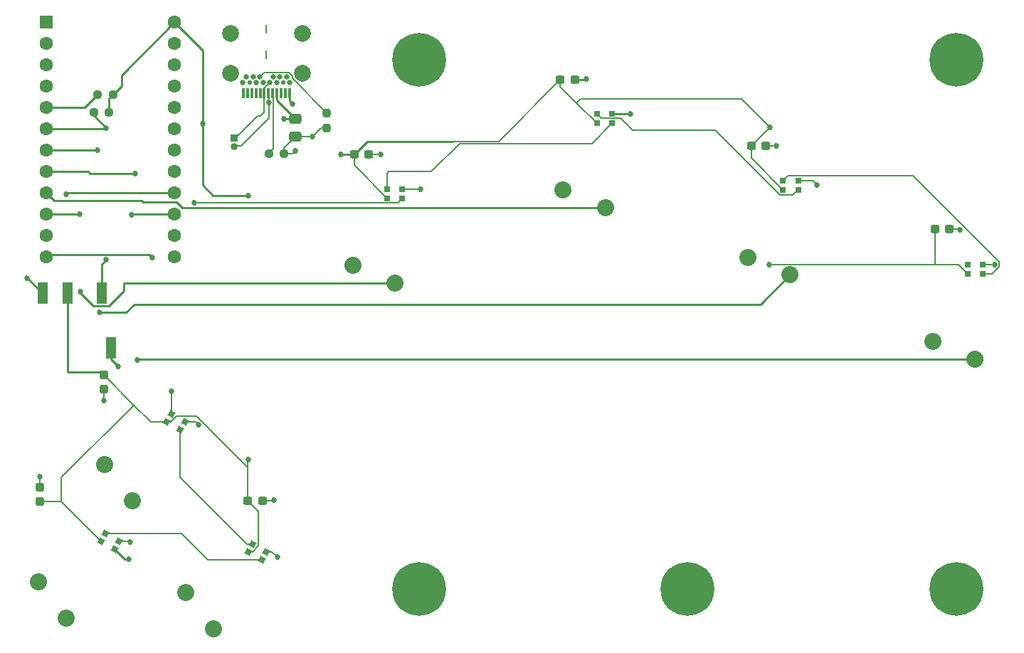
<source format=gbr>
%TF.GenerationSoftware,KiCad,Pcbnew,6.0.4*%
%TF.CreationDate,2022-04-08T16:21:30+02:00*%
%TF.ProjectId,keychordz,6b657963-686f-4726-947a-2e6b69636164,rev?*%
%TF.SameCoordinates,Original*%
%TF.FileFunction,Copper,L1,Top*%
%TF.FilePolarity,Positive*%
%FSLAX46Y46*%
G04 Gerber Fmt 4.6, Leading zero omitted, Abs format (unit mm)*
G04 Created by KiCad (PCBNEW 6.0.4) date 2022-04-08 16:21:30*
%MOMM*%
%LPD*%
G01*
G04 APERTURE LIST*
G04 Aperture macros list*
%AMRoundRect*
0 Rectangle with rounded corners*
0 $1 Rounding radius*
0 $2 $3 $4 $5 $6 $7 $8 $9 X,Y pos of 4 corners*
0 Add a 4 corners polygon primitive as box body*
4,1,4,$2,$3,$4,$5,$6,$7,$8,$9,$2,$3,0*
0 Add four circle primitives for the rounded corners*
1,1,$1+$1,$2,$3*
1,1,$1+$1,$4,$5*
1,1,$1+$1,$6,$7*
1,1,$1+$1,$8,$9*
0 Add four rect primitives between the rounded corners*
20,1,$1+$1,$2,$3,$4,$5,0*
20,1,$1+$1,$4,$5,$6,$7,0*
20,1,$1+$1,$6,$7,$8,$9,0*
20,1,$1+$1,$8,$9,$2,$3,0*%
%AMRotRect*
0 Rectangle, with rotation*
0 The origin of the aperture is its center*
0 $1 length*
0 $2 width*
0 $3 Rotation angle, in degrees counterclockwise*
0 Add horizontal line*
21,1,$1,$2,0,0,$3*%
G04 Aperture macros list end*
%TA.AperFunction,ComponentPad*%
%ADD10R,0.850000X0.850000*%
%TD*%
%TA.AperFunction,ComponentPad*%
%ADD11O,0.850000X0.850000*%
%TD*%
%TA.AperFunction,ComponentPad*%
%ADD12C,6.400000*%
%TD*%
%TA.AperFunction,ComponentPad*%
%ADD13C,0.800000*%
%TD*%
%TA.AperFunction,ComponentPad*%
%ADD14R,1.600000X1.600000*%
%TD*%
%TA.AperFunction,ComponentPad*%
%ADD15C,1.600000*%
%TD*%
%TA.AperFunction,SMDPad,CuDef*%
%ADD16R,0.700000X0.700000*%
%TD*%
%TA.AperFunction,SMDPad,CuDef*%
%ADD17RoundRect,0.237500X-0.250000X-0.237500X0.250000X-0.237500X0.250000X0.237500X-0.250000X0.237500X0*%
%TD*%
%TA.AperFunction,ComponentPad*%
%ADD18C,2.032000*%
%TD*%
%TA.AperFunction,SMDPad,CuDef*%
%ADD19RotRect,0.700000X0.700000X330.000000*%
%TD*%
%TA.AperFunction,SMDPad,CuDef*%
%ADD20RoundRect,0.237500X-0.237500X0.250000X-0.237500X-0.250000X0.237500X-0.250000X0.237500X0.250000X0*%
%TD*%
%TA.AperFunction,SMDPad,CuDef*%
%ADD21RoundRect,0.237500X0.250000X0.237500X-0.250000X0.237500X-0.250000X-0.237500X0.250000X-0.237500X0*%
%TD*%
%TA.AperFunction,SMDPad,CuDef*%
%ADD22RoundRect,0.237500X-0.300000X-0.237500X0.300000X-0.237500X0.300000X0.237500X-0.300000X0.237500X0*%
%TD*%
%TA.AperFunction,SMDPad,CuDef*%
%ADD23RoundRect,0.250000X-0.475000X0.337500X-0.475000X-0.337500X0.475000X-0.337500X0.475000X0.337500X0*%
%TD*%
%TA.AperFunction,SMDPad,CuDef*%
%ADD24RoundRect,0.237500X0.237500X-0.300000X0.237500X0.300000X-0.237500X0.300000X-0.237500X-0.300000X0*%
%TD*%
%TA.AperFunction,SMDPad,CuDef*%
%ADD25R,0.300000X1.200000*%
%TD*%
%TA.AperFunction,ComponentPad*%
%ADD26C,0.650000*%
%TD*%
%TA.AperFunction,ComponentPad*%
%ADD27C,0.550000*%
%TD*%
%TA.AperFunction,ComponentPad*%
%ADD28C,2.010000*%
%TD*%
%TA.AperFunction,SMDPad,CuDef*%
%ADD29R,0.200000X1.000000*%
%TD*%
%TA.AperFunction,SMDPad,CuDef*%
%ADD30RoundRect,0.237500X-0.237500X0.300000X-0.237500X-0.300000X0.237500X-0.300000X0.237500X0.300000X0*%
%TD*%
%TA.AperFunction,SMDPad,CuDef*%
%ADD31R,1.200000X2.500000*%
%TD*%
%TA.AperFunction,ViaPad*%
%ADD32C,0.685800*%
%TD*%
%TA.AperFunction,Conductor*%
%ADD33C,0.254000*%
%TD*%
%TA.AperFunction,Conductor*%
%ADD34C,0.127000*%
%TD*%
%TA.AperFunction,Conductor*%
%ADD35C,0.152400*%
%TD*%
G04 APERTURE END LIST*
D10*
%TO.P,USB,1*%
%TO.N,USB_D-*%
X40005000Y-49276000D03*
D11*
%TO.P,USB,2*%
%TO.N,USB_D+*%
X40005000Y-50276000D03*
%TD*%
D12*
%TO.P,MNT5,1*%
%TO.N,N/C*%
X126000000Y-40000000D03*
D13*
X123600000Y-40000000D03*
X124302944Y-41697056D03*
X126000000Y-42400000D03*
X128400000Y-40000000D03*
X124302944Y-38302944D03*
X127697056Y-41697056D03*
X127697056Y-38302944D03*
X126000000Y-37600000D03*
%TD*%
D12*
%TO.P,MNT4,1*%
%TO.N,N/C*%
X62000000Y-40000000D03*
D13*
X59600000Y-40000000D03*
X60302944Y-41697056D03*
X62000000Y-42400000D03*
X64400000Y-40000000D03*
X60302944Y-38302944D03*
X63697056Y-41697056D03*
X63697056Y-38302944D03*
X62000000Y-37600000D03*
%TD*%
D14*
%TO.P,U1,1,TX*%
%TO.N,unconnected-(U1-Pad1)*%
X17701000Y-35520000D03*
D15*
%TO.P,U1,2,RX*%
%TO.N,unconnected-(U1-Pad2)*%
X17701000Y-38060000D03*
%TO.P,U1,3,GND*%
%TO.N,GND*%
X17701000Y-40600000D03*
%TO.P,U1,4,GND*%
X17701000Y-43140000D03*
%TO.P,U1,5,SDA*%
%TO.N,SDA*%
X17701000Y-45680000D03*
%TO.P,U1,6,SCL*%
%TO.N,SCK*%
X17701000Y-48220000D03*
%TO.P,U1,7,D4*%
%TO.N,BTN7*%
X17701000Y-50760000D03*
%TO.P,U1,8,C6*%
%TO.N,BTN6*%
X17701000Y-53300000D03*
%TO.P,U1,9,D7*%
%TO.N,BTN5*%
X17701000Y-55840000D03*
%TO.P,U1,10,E6*%
%TO.N,BTN4*%
X17701000Y-58380000D03*
%TO.P,U1,11,B4*%
%TO.N,unconnected-(U1-Pad11)*%
X17701000Y-60920000D03*
%TO.P,U1,12,B5*%
%TO.N,LED_IN*%
X17701000Y-63460000D03*
%TO.P,U1,13,B6*%
%TO.N,unconnected-(U1-Pad13)*%
X32941000Y-63460000D03*
%TO.P,U1,14,B2*%
%TO.N,BTN2*%
X32941000Y-60920000D03*
%TO.P,U1,15,B3*%
%TO.N,BTN3*%
X32941000Y-58380000D03*
%TO.P,U1,16,B1*%
%TO.N,BTN1*%
X32941000Y-55840000D03*
%TO.P,U1,17,F7*%
%TO.N,unconnected-(U1-Pad17)*%
X32941000Y-53300000D03*
%TO.P,U1,18,F6*%
%TO.N,unconnected-(U1-Pad18)*%
X32941000Y-50760000D03*
%TO.P,U1,19,F5*%
%TO.N,unconnected-(U1-Pad19)*%
X32941000Y-48220000D03*
%TO.P,U1,20,F4*%
%TO.N,unconnected-(U1-Pad20)*%
X32941000Y-45680000D03*
%TO.P,U1,21,VCC*%
%TO.N,unconnected-(U1-Pad21)*%
X32941000Y-43140000D03*
%TO.P,U1,22,RST*%
%TO.N,unconnected-(U1-Pad22)*%
X32941000Y-40600000D03*
%TO.P,U1,23,GND*%
%TO.N,GND*%
X32941000Y-38060000D03*
%TO.P,U1,24,RAW*%
%TO.N,+5V*%
X32941000Y-35520000D03*
%TD*%
D16*
%TO.P,D7,1,VDD*%
%TO.N,+5V*%
X58219000Y-56463500D03*
%TO.P,D7,2,DOUT*%
%TO.N,Net-(D6-Pad4)*%
X60049000Y-56463500D03*
%TO.P,D7,3,VSS*%
%TO.N,GND*%
X60049000Y-55363500D03*
%TO.P,D7,4,DIN*%
%TO.N,Net-(D7-Pad4)*%
X58219000Y-55363500D03*
%TD*%
D17*
%TO.P,R3,1*%
%TO.N,Net-(J1-PadA5)*%
X44137500Y-51132000D03*
%TO.P,R3,2*%
%TO.N,GND*%
X45962500Y-51132000D03*
%TD*%
D12*
%TO.P,MNT1,1*%
%TO.N,N/C*%
X62000000Y-103000000D03*
D13*
X59600000Y-103000000D03*
X60302944Y-104697056D03*
X62000000Y-105400000D03*
X64400000Y-103000000D03*
X60302944Y-101302944D03*
X63697056Y-104697056D03*
X63697056Y-101302944D03*
X62000000Y-100600000D03*
%TD*%
D16*
%TO.P,D8,1,VDD*%
%TO.N,+5V*%
X83185000Y-47525000D03*
%TO.P,D8,2,DOUT*%
%TO.N,Net-(D7-Pad4)*%
X85015000Y-47525000D03*
%TO.P,D8,3,VSS*%
%TO.N,GND*%
X85015000Y-46425000D03*
%TO.P,D8,4,DIN*%
%TO.N,Net-(D8-Pad4)*%
X83185000Y-46425000D03*
%TD*%
D18*
%TO.P,SW1,1,1*%
%TO.N,BTN1*%
X20018000Y-106455550D03*
%TO.P,SW1,2,2*%
%TO.N,GND*%
X16737873Y-102136897D03*
%TD*%
D19*
%TO.P,D4,1,VDD*%
%TO.N,+5V*%
X24186587Y-97300814D03*
%TO.P,D4,2,DOUT*%
%TO.N,LED_IN*%
X25771413Y-98215814D03*
%TO.P,D4,3,VSS*%
%TO.N,GND*%
X26321413Y-97263186D03*
%TO.P,D4,4,DIN*%
%TO.N,Net-(D4-Pad4)*%
X24736587Y-96348186D03*
%TD*%
D18*
%TO.P,SW5,1,1*%
%TO.N,BTN5*%
X84182000Y-57589000D03*
%TO.P,SW5,2,2*%
%TO.N,GND*%
X79182000Y-55489000D03*
%TD*%
D20*
%TO.P,R4,1*%
%TO.N,Net-(J1-PadB5)*%
X51036000Y-46289500D03*
%TO.P,R4,2*%
%TO.N,GND*%
X51036000Y-48114500D03*
%TD*%
D19*
%TO.P,D5,1,VDD*%
%TO.N,+5V*%
X41712587Y-98570814D03*
%TO.P,D5,2,DOUT*%
%TO.N,Net-(D4-Pad4)*%
X43297413Y-99485814D03*
%TO.P,D5,3,VSS*%
%TO.N,GND*%
X43847413Y-98533186D03*
%TO.P,D5,4,DIN*%
%TO.N,Net-(D5-Pad4)*%
X42262587Y-97618186D03*
%TD*%
D21*
%TO.P,R1,1*%
%TO.N,+5V*%
X25598500Y-44156000D03*
%TO.P,R1,2*%
%TO.N,SDA*%
X23773500Y-44156000D03*
%TD*%
D18*
%TO.P,SW6,1,1*%
%TO.N,BTN6*%
X128182000Y-75589000D03*
%TO.P,SW6,2,2*%
%TO.N,GND*%
X123182000Y-73489000D03*
%TD*%
D22*
%TO.P,C29,1*%
%TO.N,+5V*%
X101551500Y-50235000D03*
%TO.P,C29,2*%
%TO.N,GND*%
X103276500Y-50235000D03*
%TD*%
%TO.P,C30,1*%
%TO.N,+5V*%
X123395500Y-60141000D03*
%TO.P,C30,2*%
%TO.N,GND*%
X125120500Y-60141000D03*
%TD*%
D23*
%TO.P,C22,1*%
%TO.N,+5V*%
X47336000Y-47046500D03*
%TO.P,C22,2*%
%TO.N,GND*%
X47336000Y-49121500D03*
%TD*%
D22*
%TO.P,C28,1*%
%TO.N,+5V*%
X78845000Y-42361000D03*
%TO.P,C28,2*%
%TO.N,GND*%
X80570000Y-42361000D03*
%TD*%
D18*
%TO.P,SW2,1,1*%
%TO.N,BTN2*%
X37544000Y-107725550D03*
%TO.P,SW2,2,2*%
%TO.N,GND*%
X34263873Y-103406897D03*
%TD*%
D13*
%TO.P,MNT3,1*%
%TO.N,N/C*%
X127697056Y-104697056D03*
X123600000Y-103000000D03*
X124302944Y-104697056D03*
X124302944Y-101302944D03*
X126000000Y-105400000D03*
X126000000Y-100600000D03*
X128400000Y-103000000D03*
D12*
X126000000Y-103000000D03*
D13*
X127697056Y-101302944D03*
%TD*%
D22*
%TO.P,C27,1*%
%TO.N,+5V*%
X54307500Y-51251000D03*
%TO.P,C27,2*%
%TO.N,GND*%
X56032500Y-51251000D03*
%TD*%
D18*
%TO.P,SW7,1,1*%
%TO.N,BTN7*%
X106182000Y-65589000D03*
%TO.P,SW7,2,2*%
%TO.N,GND*%
X101182000Y-63489000D03*
%TD*%
D17*
%TO.P,R2,1*%
%TO.N,SCK*%
X23337500Y-46250000D03*
%TO.P,R2,2*%
%TO.N,+5V*%
X25162500Y-46250000D03*
%TD*%
D19*
%TO.P,D6,1,VDD*%
%TO.N,+5V*%
X32009174Y-83095628D03*
%TO.P,D6,2,DOUT*%
%TO.N,Net-(D5-Pad4)*%
X33594000Y-84010628D03*
%TO.P,D6,3,VSS*%
%TO.N,GND*%
X34144000Y-83058000D03*
%TO.P,D6,4,DIN*%
%TO.N,Net-(D6-Pad4)*%
X32559174Y-82143000D03*
%TD*%
D24*
%TO.P,C4,1*%
%TO.N,+5V*%
X16872000Y-92556500D03*
%TO.P,C4,2*%
%TO.N,GND*%
X16872000Y-90831500D03*
%TD*%
D18*
%TO.P,SW3,1,1*%
%TO.N,BTN3*%
X27892000Y-92485550D03*
%TO.P,SW3,2,2*%
%TO.N,GND*%
X24611873Y-88166897D03*
%TD*%
D13*
%TO.P,MNT2,1*%
%TO.N,N/C*%
X96400000Y-103000000D03*
X94000000Y-105400000D03*
X92302944Y-104697056D03*
X92302944Y-101302944D03*
X94000000Y-100600000D03*
X91600000Y-103000000D03*
D12*
X94000000Y-103000000D03*
D13*
X95697056Y-101302944D03*
X95697056Y-104697056D03*
%TD*%
D25*
%TO.P,J1,A1,GND*%
%TO.N,GND*%
X46622000Y-43982000D03*
%TO.P,J1,A2*%
%TO.N,N/C*%
X46122000Y-43982000D03*
%TO.P,J1,A3*%
X45622000Y-43982000D03*
%TO.P,J1,A4,VBUS*%
%TO.N,+5V*%
X45122000Y-43982000D03*
%TO.P,J1,A5,CC1*%
%TO.N,Net-(J1-PadA5)*%
X44622000Y-43982000D03*
%TO.P,J1,A6,D+*%
%TO.N,USB_D+*%
X44122000Y-43982000D03*
%TO.P,J1,A7,D-*%
%TO.N,USB_D-*%
X43622000Y-43982000D03*
%TO.P,J1,A8,SBU1*%
%TO.N,unconnected-(J1-PadA8)*%
X43122000Y-43982000D03*
%TO.P,J1,A9*%
%TO.N,N/C*%
X42622000Y-43982000D03*
%TO.P,J1,A10*%
X42122000Y-43982000D03*
%TO.P,J1,A11*%
X41622000Y-43982000D03*
%TO.P,J1,A12*%
X41122000Y-43982000D03*
D26*
%TO.P,J1,B1*%
X41072000Y-42732000D03*
%TO.P,J1,B2*%
X41472000Y-42022000D03*
%TO.P,J1,B3*%
X42272000Y-42022000D03*
%TO.P,J1,B4*%
X42672000Y-42732000D03*
%TO.P,J1,B5,CC2*%
%TO.N,Net-(J1-PadB5)*%
X43072000Y-42022000D03*
%TO.P,J1,B6,D+*%
%TO.N,USB_D+*%
X43472000Y-42732000D03*
%TO.P,J1,B7,D-*%
%TO.N,USB_D-*%
X44272000Y-42732000D03*
%TO.P,J1,B8,SBU2*%
%TO.N,unconnected-(J1-PadB8)*%
X44672000Y-42022000D03*
%TO.P,J1,B9*%
%TO.N,N/C*%
X45072000Y-42732000D03*
%TO.P,J1,B10*%
X45472000Y-42022000D03*
%TO.P,J1,B11*%
X46272000Y-42022000D03*
%TO.P,J1,B12*%
X46672000Y-42732000D03*
D27*
%TO.P,J1,GN1*%
X41872000Y-42732000D03*
%TO.P,J1,GR1*%
X45872000Y-42732000D03*
D28*
%TO.P,J1,MH1*%
X48142000Y-41582000D03*
%TO.P,J1,MH2*%
X39602000Y-41582000D03*
%TO.P,J1,MH3*%
X48142000Y-36852000D03*
%TO.P,J1,MH4*%
X39602000Y-36852000D03*
D29*
%TO.P,J1,MP1*%
X43872000Y-39402000D03*
%TO.P,J1,MP2*%
X43872000Y-36302000D03*
%TD*%
D18*
%TO.P,SW4,1,1*%
%TO.N,BTN4*%
X59182000Y-66589000D03*
%TO.P,SW4,2,2*%
%TO.N,GND*%
X54182000Y-64489000D03*
%TD*%
D16*
%TO.P,D10,1,VDD*%
%TO.N,+5V*%
X127307000Y-65480500D03*
%TO.P,D10,2,DOUT*%
%TO.N,Net-(D10-Pad2)*%
X129137000Y-65480500D03*
%TO.P,D10,3,VSS*%
%TO.N,GND*%
X129137000Y-64380500D03*
%TO.P,D10,4,DIN*%
%TO.N,unconnected-(D10-Pad4)*%
X127307000Y-64380500D03*
%TD*%
D30*
%TO.P,C26,1*%
%TO.N,+5V*%
X24492000Y-77470000D03*
%TO.P,C26,2*%
%TO.N,GND*%
X24492000Y-79195000D03*
%TD*%
D22*
%TO.P,C25,1*%
%TO.N,+5V*%
X41663500Y-92456000D03*
%TO.P,C25,2*%
%TO.N,GND*%
X43388500Y-92456000D03*
%TD*%
D31*
%TO.P,J2,T*%
%TO.N,SCK*%
X24253000Y-67770000D03*
%TO.P,J2,S*%
%TO.N,GND*%
X25353000Y-74270000D03*
%TO.P,J2,R2*%
%TO.N,SDA*%
X17253000Y-67770000D03*
%TO.P,J2,R1*%
%TO.N,+5V*%
X20253000Y-67770000D03*
%TD*%
D16*
%TO.P,D9,1,VDD*%
%TO.N,+5V*%
X105336000Y-55447500D03*
%TO.P,D9,2,DOUT*%
%TO.N,Net-(D8-Pad4)*%
X107166000Y-55447500D03*
%TO.P,D9,3,VSS*%
%TO.N,GND*%
X107166000Y-54347500D03*
%TO.P,D9,4,DIN*%
%TO.N,Net-(D10-Pad2)*%
X105336000Y-54347500D03*
%TD*%
D32*
%TO.N,+5V*%
X52750000Y-51250000D03*
%TO.N,Net-(D6-Pad4)*%
X35245989Y-57004011D03*
%TO.N,GND*%
X26250000Y-76500000D03*
%TO.N,BTN6*%
X28250000Y-53500000D03*
X28500000Y-75750000D03*
%TO.N,LED_IN*%
X30250000Y-63500000D03*
%TO.N,GND*%
X62200000Y-55400000D03*
X45200000Y-99200000D03*
X109400000Y-54900000D03*
X44800000Y-92400000D03*
X130500000Y-64400000D03*
X46936000Y-45202000D03*
X104500000Y-50200000D03*
X35800000Y-83400000D03*
X57500000Y-51200000D03*
X24500000Y-80500000D03*
X27700000Y-97400000D03*
X87200000Y-46400000D03*
X49336000Y-49102000D03*
X16900000Y-89600000D03*
X126400000Y-60200000D03*
X47336000Y-50802000D03*
X81900000Y-42300000D03*
%TO.N,+5V*%
X103700000Y-64400000D03*
X103800000Y-48000000D03*
X45936000Y-47002000D03*
X41700000Y-87600000D03*
X41700000Y-56116000D03*
X36275583Y-47621963D03*
%TO.N,USB_D+*%
X44155400Y-45102000D03*
%TO.N,Net-(D6-Pad4)*%
X32600000Y-79400000D03*
%TO.N,LED_IN*%
X27500000Y-99400000D03*
%TO.N,BTN1*%
X20066000Y-56007000D03*
%TO.N,BTN3*%
X27813000Y-58420000D03*
%TO.N,SCK*%
X24813000Y-63781000D03*
X24813000Y-48093000D03*
%TO.N,BTN4*%
X21638000Y-58380000D03*
X21717000Y-67564000D03*
%TO.N,BTN7*%
X23797000Y-50760000D03*
X24000000Y-70070000D03*
%TO.N,SDA*%
X15415000Y-65940000D03*
%TD*%
D33*
%TO.N,+5V*%
X26614500Y-43140000D02*
X26614500Y-41846500D01*
X26614500Y-41846500D02*
X32941000Y-35520000D01*
X41700000Y-56116000D02*
X37480000Y-56116000D01*
X37480000Y-56116000D02*
X36275583Y-54911583D01*
X36275583Y-54911583D02*
X36275583Y-38854583D01*
X36275583Y-38854583D02*
X32941000Y-35520000D01*
%TO.N,SCK*%
X24253000Y-67770000D02*
X24253000Y-64341000D01*
X24253000Y-64341000D02*
X24813000Y-63781000D01*
%TO.N,+5V*%
X66124000Y-49700000D02*
X55858500Y-49700000D01*
D34*
X71506000Y-49700000D02*
X66124000Y-49700000D01*
%TO.N,USB_D+*%
X44155400Y-45102000D02*
X44155400Y-46945636D01*
X44155400Y-46945636D02*
X40851048Y-50249988D01*
X40851048Y-50249988D02*
X40250008Y-50249988D01*
%TO.N,USB_D-*%
X43136000Y-46702000D02*
X42797998Y-46702000D01*
X42797998Y-46702000D02*
X40250008Y-49249990D01*
%TO.N,+5V*%
X54307500Y-51251000D02*
X54307500Y-52552000D01*
D33*
X54306500Y-51250000D02*
X54307500Y-51251000D01*
X52750000Y-51250000D02*
X54306500Y-51250000D01*
%TO.N,BTN5*%
X36411000Y-57589000D02*
X36399578Y-57600422D01*
X33143511Y-56893511D02*
X29168511Y-56893511D01*
X36399578Y-57600422D02*
X33850422Y-57600422D01*
X33850422Y-57600422D02*
X33143511Y-56893511D01*
X29168511Y-56893511D02*
X29004000Y-56729000D01*
D34*
%TO.N,Net-(D6-Pad4)*%
X35245989Y-57004011D02*
X59508489Y-57004011D01*
D33*
%TO.N,BTN7*%
X28150000Y-69100000D02*
X27180000Y-70070000D01*
X27180000Y-70070000D02*
X24000000Y-70070000D01*
%TO.N,+5V*%
X20253000Y-77150000D02*
X24172000Y-77150000D01*
X24172000Y-77150000D02*
X24492000Y-77470000D01*
%TO.N,GND*%
X25353000Y-75603000D02*
X26250000Y-76500000D01*
X25353000Y-74270000D02*
X25353000Y-75603000D01*
%TO.N,BTN6*%
X28250000Y-53500000D02*
X22854000Y-53500000D01*
X28411000Y-75589000D02*
X28500000Y-75678000D01*
X28500000Y-75678000D02*
X28500000Y-75750000D01*
X22854000Y-53500000D02*
X22654000Y-53300000D01*
X28411000Y-75589000D02*
X128182000Y-75589000D01*
%TO.N,BTN4*%
X26911000Y-66589000D02*
X26911000Y-67469022D01*
X26911000Y-67469022D02*
X25106511Y-69273511D01*
X25106511Y-69273511D02*
X23303511Y-69273511D01*
X23303511Y-69273511D02*
X21600000Y-67570000D01*
%TO.N,LED_IN*%
X29934589Y-63184589D02*
X17976411Y-63184589D01*
X30250000Y-63500000D02*
X29934589Y-63184589D01*
X17976411Y-63184589D02*
X17701000Y-63460000D01*
%TO.N,BTN7*%
X28150000Y-69100000D02*
X102671000Y-69100000D01*
%TO.N,BTN4*%
X26911000Y-66589000D02*
X59182000Y-66589000D01*
%TO.N,BTN5*%
X84182000Y-57589000D02*
X36411000Y-57589000D01*
%TO.N,+5V*%
X25598500Y-44156000D02*
X26614500Y-43140000D01*
X25162500Y-46250000D02*
X25162500Y-44592000D01*
X25162500Y-44592000D02*
X25598500Y-44156000D01*
%TO.N,SCK*%
X23337500Y-46250000D02*
X23337500Y-46617500D01*
X23337500Y-46617500D02*
X24813000Y-48093000D01*
%TO.N,SDA*%
X23773500Y-44156000D02*
X22249500Y-45680000D01*
X22249500Y-45680000D02*
X17701000Y-45680000D01*
D34*
%TO.N,GND*%
X130480500Y-64380500D02*
X130500000Y-64400000D01*
X45962500Y-50495000D02*
X47336000Y-49121500D01*
X125120500Y-60141000D02*
X126341000Y-60141000D01*
X108847500Y-54347500D02*
X109400000Y-54900000D01*
X43847413Y-98533186D02*
X44533186Y-98533186D01*
X44533186Y-98533186D02*
X45200000Y-99200000D01*
X107166000Y-54347500D02*
X108847500Y-54347500D01*
D33*
X85015000Y-46425000D02*
X87175000Y-46425000D01*
D34*
X50323500Y-48114500D02*
X49336000Y-49102000D01*
X103276500Y-50235000D02*
X104465000Y-50235000D01*
X35458000Y-83058000D02*
X35800000Y-83400000D01*
X16872000Y-90831500D02*
X16872000Y-89628000D01*
X62163500Y-55363500D02*
X62200000Y-55400000D01*
X27563186Y-97263186D02*
X27700000Y-97400000D01*
X49316500Y-49121500D02*
X49336000Y-49102000D01*
X104465000Y-50235000D02*
X104500000Y-50200000D01*
X126341000Y-60141000D02*
X126400000Y-60200000D01*
D33*
X81839000Y-42361000D02*
X81900000Y-42300000D01*
D34*
X129137000Y-64380500D02*
X130480500Y-64380500D01*
X26321413Y-97263186D02*
X27563186Y-97263186D01*
X60049000Y-55363500D02*
X62163500Y-55363500D01*
X16872000Y-89628000D02*
X16900000Y-89600000D01*
D33*
X80570000Y-42361000D02*
X81839000Y-42361000D01*
D34*
X24492000Y-80492000D02*
X24500000Y-80500000D01*
X47006000Y-51132000D02*
X47336000Y-50802000D01*
X57449000Y-51251000D02*
X57500000Y-51200000D01*
X24492000Y-79195000D02*
X24492000Y-80492000D01*
X45962500Y-51132000D02*
X47006000Y-51132000D01*
D33*
X46622000Y-43982000D02*
X46622000Y-44888000D01*
D34*
X45962500Y-51132000D02*
X45962500Y-50495000D01*
X56032500Y-51251000D02*
X57449000Y-51251000D01*
X47336000Y-49121500D02*
X49316500Y-49121500D01*
X43388500Y-92456000D02*
X44744000Y-92456000D01*
X34144000Y-83058000D02*
X35458000Y-83058000D01*
D33*
X87175000Y-46425000D02*
X87200000Y-46400000D01*
X46622000Y-44888000D02*
X46936000Y-45202000D01*
D34*
X51036000Y-48114500D02*
X50323500Y-48114500D01*
X44744000Y-92456000D02*
X44800000Y-92400000D01*
D33*
%TO.N,+5V*%
X20253000Y-77150000D02*
X20253000Y-66800000D01*
D34*
X42931216Y-93723716D02*
X41663500Y-92456000D01*
X33188457Y-82389371D02*
X32482200Y-83095628D01*
X101551500Y-51663000D02*
X101551500Y-50235000D01*
X123395500Y-64369478D02*
X123382489Y-64382489D01*
X103800000Y-48000000D02*
X103786500Y-48000000D01*
X41663500Y-92456000D02*
X41663500Y-88474051D01*
X42185613Y-98570814D02*
X42931216Y-97825211D01*
X98100000Y-44600000D02*
X81300000Y-44600000D01*
X126208989Y-64382489D02*
X123382489Y-64382489D01*
X28074556Y-81089000D02*
X28111000Y-81089000D01*
X103717511Y-64382489D02*
X103700000Y-64400000D01*
X80780000Y-45120000D02*
X83185000Y-47525000D01*
X41712587Y-98570814D02*
X42185613Y-98570814D01*
X78845000Y-43185000D02*
X80780000Y-45120000D01*
X123395500Y-60141000D02*
X123395500Y-64369478D01*
X30117628Y-83095628D02*
X28111000Y-81089000D01*
D33*
X55858500Y-49700000D02*
X54307500Y-51251000D01*
D34*
X32009174Y-83095628D02*
X30117628Y-83095628D01*
D33*
X47336000Y-47046500D02*
X45980500Y-47046500D01*
D34*
X19442273Y-89721283D02*
X28074556Y-81089000D01*
X127307000Y-65480500D02*
X126208989Y-64382489D01*
D33*
X45980500Y-47046500D02*
X45936000Y-47002000D01*
D34*
X41663500Y-88474051D02*
X35578820Y-82389371D01*
X42931216Y-97825211D02*
X42931216Y-93723716D01*
X81300000Y-44600000D02*
X80780000Y-45120000D01*
D33*
X45122000Y-43982000D02*
X45122000Y-44836000D01*
D34*
X105336000Y-55447500D02*
X101551500Y-51663000D01*
X123382489Y-64382489D02*
X103717511Y-64382489D01*
D33*
X45122000Y-44836000D02*
X47332500Y-47046500D01*
D34*
X54307500Y-52552000D02*
X58219000Y-56463500D01*
X78845000Y-42361000D02*
X78845000Y-43185000D01*
X16872000Y-92556500D02*
X19442273Y-92556500D01*
D33*
X47332500Y-47046500D02*
X47336000Y-47046500D01*
D34*
X28111000Y-81089000D02*
X24492000Y-77470000D01*
X100400000Y-44600000D02*
X98100000Y-44600000D01*
X41663500Y-87563500D02*
X41700000Y-87600000D01*
X19442273Y-92556500D02*
X24186587Y-97300814D01*
X35578820Y-82389371D02*
X33188457Y-82389371D01*
X71506000Y-49700000D02*
X78845000Y-42361000D01*
X32482200Y-83095628D02*
X32009174Y-83095628D01*
X19442273Y-92556500D02*
X19442273Y-89721283D01*
X103800000Y-48000000D02*
X100400000Y-44600000D01*
X41663500Y-88474051D02*
X41663500Y-87563500D01*
X103786500Y-48000000D02*
X101551500Y-50235000D01*
D35*
%TO.N,USB_D-*%
X43622000Y-43982000D02*
X43622000Y-43382000D01*
D34*
X43136000Y-46702000D02*
X43622000Y-46216000D01*
D35*
X43622000Y-43382000D02*
X44272000Y-42732000D01*
D34*
X43622000Y-46216000D02*
X43622000Y-43982000D01*
%TO.N,USB_D+*%
X44155400Y-45102000D02*
X44155400Y-44015400D01*
X44155400Y-44015400D02*
X44122000Y-43982000D01*
%TO.N,Net-(J1-PadB5)*%
X43587511Y-41506489D02*
X46519446Y-41506489D01*
X46946489Y-42199989D02*
X51036000Y-46289500D01*
X46519446Y-41506489D02*
X46946489Y-41933532D01*
X46946489Y-41933532D02*
X46946489Y-42199989D01*
X43072000Y-42022000D02*
X43587511Y-41506489D01*
%TO.N,Net-(J1-PadA5)*%
X44622000Y-43982000D02*
X44688811Y-44048811D01*
X44688811Y-44048811D02*
X44688811Y-50580689D01*
X44688811Y-50580689D02*
X44137500Y-51132000D01*
%TO.N,Net-(D4-Pad4)*%
X33754350Y-96348186D02*
X24736587Y-96348186D01*
X43297413Y-99485814D02*
X36891978Y-99485814D01*
X36891978Y-99485814D02*
X33754350Y-96348186D01*
%TO.N,Net-(D5-Pad4)*%
X33594000Y-89656164D02*
X41556022Y-97618186D01*
X33594000Y-84010628D02*
X33594000Y-89656164D01*
X41556022Y-97618186D02*
X42262587Y-97618186D01*
%TO.N,Net-(D6-Pad4)*%
X32559174Y-82143000D02*
X32559174Y-79440826D01*
X59508489Y-57004011D02*
X60049000Y-56463500D01*
X32559174Y-79440826D02*
X32600000Y-79400000D01*
%TO.N,Net-(D7-Pad4)*%
X85015000Y-47525000D02*
X82585980Y-49954020D01*
X58438000Y-53300000D02*
X58219000Y-53519000D01*
X58219000Y-53519000D02*
X58219000Y-55363500D01*
X63487431Y-53300000D02*
X58438000Y-53300000D01*
X82585980Y-49954020D02*
X66833411Y-49954020D01*
X66833411Y-49954020D02*
X63487431Y-53300000D01*
%TO.N,Net-(D8-Pad4)*%
X104995489Y-56100000D02*
X106513500Y-56100000D01*
X106513500Y-56100000D02*
X107166000Y-55447500D01*
X87400000Y-48400000D02*
X97295489Y-48400000D01*
X83185000Y-46425000D02*
X83725511Y-46965511D01*
X85965511Y-46965511D02*
X87400000Y-48400000D01*
X97295489Y-48400000D02*
X104995489Y-56100000D01*
X83725511Y-46965511D02*
X85965511Y-46965511D01*
%TO.N,Net-(D10-Pad2)*%
X130208949Y-65480500D02*
X131033411Y-64656038D01*
X131033411Y-64043962D02*
X120796438Y-53806989D01*
X131033411Y-64656038D02*
X131033411Y-64043962D01*
X129137000Y-65480500D02*
X130208949Y-65480500D01*
X120796438Y-53806989D02*
X105876511Y-53806989D01*
X105876511Y-53806989D02*
X105336000Y-54347500D01*
D33*
%TO.N,LED_IN*%
X26955599Y-99400000D02*
X25771413Y-98215814D01*
X27500000Y-99400000D02*
X26955599Y-99400000D01*
%TO.N,BTN1*%
X19987000Y-55967000D02*
X20114000Y-55840000D01*
X20114000Y-55840000D02*
X32941000Y-55840000D01*
%TO.N,BTN3*%
X27988000Y-58380000D02*
X32941000Y-58380000D01*
%TO.N,SCK*%
X24813000Y-48093000D02*
X24686000Y-48220000D01*
X24686000Y-48220000D02*
X17701000Y-48220000D01*
%TO.N,BTN4*%
X21638000Y-58380000D02*
X17701000Y-58380000D01*
%TO.N,BTN5*%
X18590000Y-56729000D02*
X17701000Y-55840000D01*
X29004000Y-56729000D02*
X18590000Y-56729000D01*
%TO.N,BTN6*%
X22654000Y-53300000D02*
X17701000Y-53300000D01*
%TO.N,BTN7*%
X102671000Y-69100000D02*
X106182000Y-65589000D01*
X23797000Y-50760000D02*
X17701000Y-50760000D01*
%TO.N,SDA*%
X17253000Y-67770000D02*
X15423000Y-65940000D01*
X15423000Y-65940000D02*
X15415000Y-65940000D01*
%TD*%
M02*

</source>
